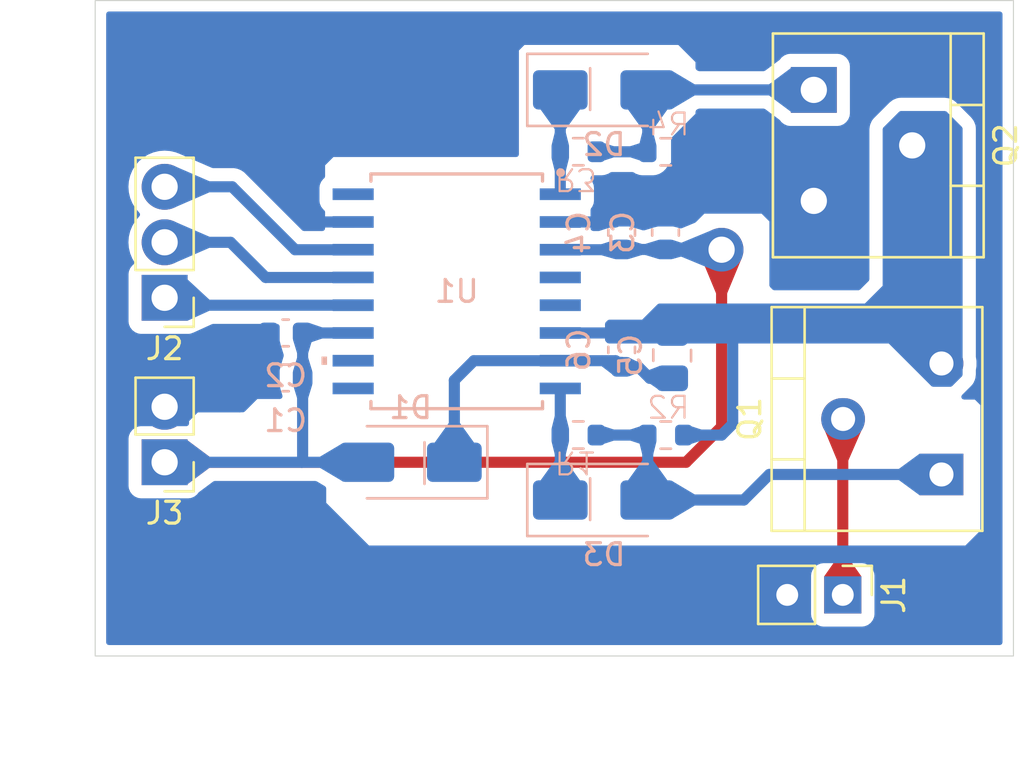
<source format=kicad_pcb>
(kicad_pcb (version 20240108) (generator "pcbnew") (generator_version "8.0")
  (layers (0 "F.Cu" signal) (31 "B.Cu" signal) (34 "B.Paste" user) (35 "F.Paste" user) (36 "B.SilkS" user "B.Silkscreen") (37 "F.SilkS" user "F.Silkscreen") (38 "B.Mask" user) (39 "F.Mask" user) (44 "Edge.Cuts" user))
  (net 0 "")
  (net 1 "+12V")
  (net 2 "GND")
  (net 3 "VD")
  (net 4 "VS")
  (net 5 "+VDC")
  (net 6 "Net-(J2-Pin_3)")
  (net 7 "Net-(J2-Pin_2)")
  (net 8 "Net-(J2-Pin_1)")
  (net 9 "Net-(D2-K)")
  (net 10 "Net-(D2-A)")
  (net 11 "Net-(D3-K)")
  (net 12 "Net-(D3-A)")
  (footprint "charge_battery_footprint_lib:TO-220-3" (layer "F.Cu") (at 139.4912 96.1644 90)
    (property "Reference" "Q1" (at 2.54 -4.27 90) (layer "F.SilkS"))
    (property "Value" "IPP60R125CP")
    (fp_line (start 7.66 -3.27) (end 7.66 6.371) (stroke (width 0.12)) (layer "F.SilkS"))
    (fp_line (start 4.391 -3.27) (end 4.391 -1.76) (stroke (width 0.12)) (layer "F.SilkS"))
    (fp_line (start 0.69 -3.27) (end 0.69 -1.76) (stroke (width 0.12)) (layer "F.SilkS"))
    (fp_line (start -2.58 -3.27) (end 7.66 -3.27) (stroke (width 0.12)) (layer "F.SilkS"))
    (fp_line (start -2.58 -3.27) (end -2.58 6.371) (stroke (width 0.12)) (layer "F.SilkS"))
    (fp_line (start -2.58 -1.76) (end 7.66 -1.76) (stroke (width 0.12)) (layer "F.SilkS"))
    (fp_line (start -2.58 6.371) (end 7.66 6.371) (stroke (width 0.12)) (layer "F.SilkS"))
    (pad "1" thru_hole rect (at 0 4.5 90) (size 1.905 2) (drill 1.1) (layers "*.Cu" "*.Mask") (net 12 "Net-(D3-A)"))
    (pad "2" thru_hole oval (at 2.54 0 90) (size 1.905 2) (drill 1.1) (layers "*.Cu" "*.Mask") (net 5 "+VDC"))
    (pad "3" thru_hole oval (at 5.08 4.5 90) (size 1.905 2) (drill 1.1) (layers "*.Cu" "*.Mask") (net 4 "VS"))
  )
  (footprint "Connector_PinHeader_2.54mm:PinHeader_1x02_P2.54mm_Vertical" (layer "F.Cu") (at 139.4764 101.6762 -90)
    (property "Reference" "J1" (at 0 -2.33 90) (layer "F.SilkS"))
    (property "Value" "Conn_01x02_Socket")
    (fp_line (start -1.33 3.87) (end 1.33 3.87) (stroke (width 0.12)) (layer "F.SilkS"))
    (fp_line (start -1.33 1.27) (end -1.33 3.87) (stroke (width 0.12)) (layer "F.SilkS"))
    (fp_line (start -1.33 1.27) (end 1.33 1.27) (stroke (width 0.12)) (layer "F.SilkS"))
    (fp_line (start 1.33 1.27) (end 1.33 3.87) (stroke (width 0.12)) (layer "F.SilkS"))
    (fp_line (start -1.33 0) (end -1.33 -1.33) (stroke (width 0.12)) (layer "F.SilkS"))
    (fp_line (start -1.33 -1.33) (end 0 -1.33) (stroke (width 0.12)) (layer "F.SilkS"))
    (pad "1" thru_hole rect (at 0 0 270) (size 1.7 1.7) (drill 1) (layers "*.Cu" "*.Mask") (net 5 "+VDC"))
    (pad "2" thru_hole oval (at 0 2.54 270) (size 1.7 1.7) (drill 1) (layers "*.Cu" "*.Mask") (net 2 "GND"))
  )
  (footprint "Connector_PinHeader_2.54mm:PinHeader_1x03_P2.54mm_Vertical" (layer "F.Cu") (at 108.458 88.0772 180)
    (property "Reference" "J2" (at 0 -2.33 0) (layer "F.SilkS"))
    (property "Value" "Conn_01x03_Socket")
    (fp_line (start 1.33 1.27) (end 1.33 6.41) (stroke (width 0.12)) (layer "F.SilkS"))
    (fp_line (start -1.33 6.41) (end 1.33 6.41) (stroke (width 0.12)) (layer "F.SilkS"))
    (fp_line (start -1.33 1.27) (end 1.33 1.27) (stroke (width 0.12)) (layer "F.SilkS"))
    (fp_line (start -1.33 1.27) (end -1.33 6.41) (stroke (width 0.12)) (layer "F.SilkS"))
    (fp_line (start -1.33 0) (end -1.33 -1.33) (stroke (width 0.12)) (layer "F.SilkS"))
    (fp_line (start -1.33 -1.33) (end 0 -1.33) (stroke (width 0.12)) (layer "F.SilkS"))
    (pad "1" thru_hole rect (at 0 0 180) (size 2.1 2.1) (drill 1.2) (layers "*.Cu" "*.Mask") (net 8 "Net-(J2-Pin_1)"))
    (pad "2" thru_hole oval (at 0 2.54 180) (size 2.1 2.1) (drill 1.2) (layers "*.Cu" "*.Mask") (net 7 "Net-(J2-Pin_2)"))
    (pad "3" thru_hole oval (at 0 5.08 180) (size 2.1 2.1) (drill 1.2) (layers "*.Cu" "*.Mask") (net 6 "Net-(J2-Pin_3)"))
  )
  (footprint "charge_battery_footprint_lib:TO-220-3" (layer "F.Cu") (at 142.652 78.5622 -90)
    (property "Reference" "Q2" (at 2.54 -4.27 90) (layer "F.SilkS"))
    (property "Value" "IPP60R125CP")
    (fp_line (start -2.58 6.371) (end 7.66 6.371) (stroke (width 0.12)) (layer "F.SilkS"))
    (fp_line (start -2.58 -1.76) (end 7.66 -1.76) (stroke (width 0.12)) (layer "F.SilkS"))
    (fp_line (start -2.58 -3.27) (end -2.58 6.371) (stroke (width 0.12)) (layer "F.SilkS"))
    (fp_line (start -2.58 -3.27) (end 7.66 -3.27) (stroke (width 0.12)) (layer "F.SilkS"))
    (fp_line (start 0.69 -3.27) (end 0.69 -1.76) (stroke (width 0.12)) (layer "F.SilkS"))
    (fp_line (start 4.391 -3.27) (end 4.391 -1.76) (stroke (width 0.12)) (layer "F.SilkS"))
    (fp_line (start 7.66 -3.27) (end 7.66 6.371) (stroke (width 0.12)) (layer "F.SilkS"))
    (pad "1" thru_hole rect (at 0 4.5 270) (size 2.1 2.1) (drill 1.2) (layers "*.Cu" "*.Mask") (net 10 "Net-(D2-A)"))
    (pad "2" thru_hole oval (at 2.54 0 270) (size 2.1 2.1) (drill 1.2) (layers "*.Cu" "*.Mask") (net 4 "VS"))
    (pad "3" thru_hole oval (at 5.08 4.5 270) (size 2.1 2.1) (drill 1.2) (layers "*.Cu" "*.Mask") (net 2 "GND"))
  )
  (footprint "Connector_PinHeader_2.54mm:PinHeader_1x02_P2.54mm_Vertical" (layer "F.Cu") (at 108.458 95.6056 180)
    (property "Reference" "J3" (at 0 -2.33 0) (layer "F.SilkS"))
    (property "Value" "Conn_01x02_Socket")
    (fp_line (start 1.33 1.27) (end 1.33 3.87) (stroke (width 0.12)) (layer "F.SilkS"))
    (fp_line (start -1.33 3.87) (end 1.33 3.87) (stroke (width 0.12)) (layer "F.SilkS"))
    (fp_line (start -1.33 1.27) (end 1.33 1.27) (stroke (width 0.12)) (layer "F.SilkS"))
    (fp_line (start -1.33 1.27) (end -1.33 3.87) (stroke (width 0.12)) (layer "F.SilkS"))
    (fp_line (start -1.33 0) (end -1.33 -1.33) (stroke (width 0.12)) (layer "F.SilkS"))
    (fp_line (start -1.33 -1.33) (end 0 -1.33) (stroke (width 0.12)) (layer "F.SilkS"))
    (pad "1" thru_hole rect (at 0 0 180) (size 2.1 2.1) (drill 1.2) (layers "*.Cu" "*.Mask") (net 1 "+12V"))
    (pad "2" thru_hole oval (at 0 2.54 180) (size 2.1 2.1) (drill 1.2) (layers "*.Cu" "*.Mask") (net 2 "GND"))
  )
  (footprint "charge_battery_footprint_lib:Ceramic_Cap_0603" (layer "B.Cu") (at 113.9952 89.6874)
    (property "Reference" "C2" (at 0 1.9558 0) (layer "B.SilkS") (effects (justify mirror)))
    (property "Value" "100nF/16V")
    (fp_line (start 0.14058 -0.6096) (end -0.14058 -0.6096) (stroke (width 0.12)) (layer "B.SilkS"))
    (fp_line (start 0.14058 0.6096) (end -0.14058 0.6096) (stroke (width 0.12)) (layer "B.SilkS"))
    (pad "1" smd roundrect (at -0.775 0) (size 0.9 0.95) (layers "B.Cu" "B.Paste" "B.Mask") (net 2 "GND"))
    (pad "2" smd roundrect (at 0.775 0) (size 0.9 0.95) (layers "B.Cu" "B.Paste" "B.Mask") (net 1 "+12V"))
  )
  (footprint "charge_battery_footprint_lib:Res_0603" (layer "B.Cu") (at 132.7393 82.0048 180)
    (property "Reference" "R4" (at 1.24 1.8646 0) (layer "B.SilkS") (effects (font (thickness 0.1)) (justify mirror)))
    (property "Value" "10K/1%/1_10W" (hide yes))
    (fp_line (start 1.596058 1.2296) (end 1.121542 1.2296) (stroke (width 0.12)) (layer "B.SilkS"))
    (fp_line (start 1.596058 -0.015) (end 1.121542 -0.015) (stroke (width 0.12)) (layer "B.SilkS"))
    (pad "1" smd roundrect (at 0.5338 0.6096 180) (size 0.8 0.95) (layers "B.Cu" "B.Paste" "B.Mask") (net 2 "GND"))
    (pad "2" smd roundrect (at 2.1838 0.6096 180) (size 0.8 0.95) (layers "B.Cu" "B.Paste" "B.Mask") (net 10 "Net-(D2-A)"))
  )
  (footprint "charge_battery_footprint_lib:Ceramic_Cap_0603" (layer "B.Cu") (at 131.3688 85.09 -90)
    (property "Reference" "C3" (at 0 1.9558 90) (layer "B.SilkS") (effects (justify mirror)))
    (property "Value" "10uF/16V")
    (fp_line (start 0.14058 0.6096) (end -0.14058 0.6096) (stroke (width 0.12)) (layer "B.SilkS"))
    (fp_line (start 0.14058 -0.6096) (end -0.14058 -0.6096) (stroke (width 0.12)) (layer "B.SilkS"))
    (pad "1" smd roundrect (at -0.775 0 270) (size 0.9 0.95) (layers "B.Cu" "B.Paste" "B.Mask") (net 2 "GND"))
    (pad "2" smd roundrect (at 0.775 0 270) (size 0.9 0.95) (layers "B.Cu" "B.Paste" "B.Mask") (net 1 "+12V"))
  )
  (footprint "charge_battery_footprint_lib:Res_0603" (layer "B.Cu") (at 132.7393 94.9706 180)
    (property "Reference" "R2" (at 1.24 1.8646 0) (layer "B.SilkS") (effects (font (thickness 0.1)) (justify mirror)))
    (property "Value" "10K/1%/1_10W" (hide yes))
    (fp_line (start 1.596058 1.2296) (end 1.121542 1.2296) (stroke (width 0.12)) (layer "B.SilkS"))
    (fp_line (start 1.596058 -0.015) (end 1.121542 -0.015) (stroke (width 0.12)) (layer "B.SilkS"))
    (pad "1" smd roundrect (at 0.5338 0.6096 180) (size 0.8 0.95) (layers "B.Cu" "B.Paste" "B.Mask") (net 4 "VS"))
    (pad "2" smd roundrect (at 2.1838 0.6096 180) (size 0.8 0.95) (layers "B.Cu" "B.Paste" "B.Mask") (net 12 "Net-(D3-A)"))
  )
  (footprint "charge_battery_footprint_lib:Res_0603" (layer "B.Cu") (at 126.0217 80.7856)
    (property "Reference" "R3" (at 1.24 1.8646 180) (layer "B.SilkS") (effects (font (thickness 0.1)) (justify mirror)))
    (property "Value" "10R/1%/1_10W" (hide yes))
    (fp_line (start 1.596058 -0.015) (end 1.121542 -0.015) (stroke (width 0.12)) (layer "B.SilkS"))
    (fp_line (start 1.596058 1.2296) (end 1.121542 1.2296) (stroke (width 0.12)) (layer "B.SilkS"))
    (pad "1" smd roundrect (at 0.5338 0.6096) (size 0.8 0.95) (layers "B.Cu" "B.Paste" "B.Mask") (net 9 "Net-(D2-K)"))
    (pad "2" smd roundrect (at 2.1838 0.6096) (size 0.8 0.95) (layers "B.Cu" "B.Paste" "B.Mask") (net 10 "Net-(D2-A)"))
  )
  (footprint "charge_battery_footprint_lib:Res_0603" (layer "B.Cu") (at 126.0217 93.7514)
    (property "Reference" "R1" (at 1.24 1.8646 180) (layer "B.SilkS") (effects (font (thickness 0.1)) (justify mirror)))
    (property "Value" "10R/1%/1_10W" (hide yes))
    (fp_line (start 1.596058 -0.015) (end 1.121542 -0.015) (stroke (width 0.12)) (layer "B.SilkS"))
    (fp_line (start 1.596058 1.2296) (end 1.121542 1.2296) (stroke (width 0.12)) (layer "B.SilkS"))
    (pad "1" smd roundrect (at 0.5338 0.6096) (size 0.8 0.95) (layers "B.Cu" "B.Paste" "B.Mask") (net 11 "Net-(D3-K)"))
    (pad "2" smd roundrect (at 2.1838 0.6096) (size 0.8 0.95) (layers "B.Cu" "B.Paste" "B.Mask") (net 12 "Net-(D3-A)"))
  )
  (footprint "charge_battery_footprint_lib:D_SMA" (layer "B.Cu") (at 128.5555 97.3328)
    (property "Reference" "D3" (at 0 2.5 0) (layer "B.SilkS") (effects (justify mirror)))
    (property "Value" "SS54")
    (fp_line (start -3.51 -1.65) (end -3.51 1.65) (stroke (width 0.12)) (layer "B.SilkS"))
    (fp_line (start -0.635 -0.9906) (end -0.635 0.9144) (stroke (width 0.12)) (layer "B.SilkS"))
    (fp_line (start 2 -1.65) (end -3.51 -1.65) (stroke (width 0.12)) (layer "B.SilkS"))
    (fp_line (start 2 1.65) (end -3.51 1.65) (stroke (width 0.12)) (layer "B.SilkS"))
    (pad "1" smd roundrect (at 2 0) (size 2.5 1.8) (layers "B.Cu" "B.Paste" "B.Mask") (roundrect_rratio 0.1388888889) (net 12 "Net-(D3-A)"))
    (pad "2" smd roundrect (at -2 0) (size 2.5 1.8) (layers "B.Cu" "B.Paste" "B.Mask") (roundrect_rratio 0.1388888889) (net 11 "Net-(D3-K)"))
  )
  (footprint "charge_battery_footprint_lib:SOP-16" (layer "B.Cu") (at 121.8184 87.7824 180)
    (property "Reference" "U1" (at 0 0 0) (layer "B.SilkS") (effects (justify mirror)))
    (property "Value" "IR2110STRPBF")
    (fp_line (start 3.9243 5.3721) (end 3.9243 5.04444) (stroke (width 0.1524)) (layer "B.SilkS"))
    (fp_line (start 3.9243 -5.04444) (end 3.9243 -5.3721) (stroke (width 0.1524)) (layer "B.SilkS"))
    (fp_line (start 3.9243 -5.3721) (end -3.9243 -5.3721) (stroke (width 0.1524)) (layer "B.SilkS"))
    (fp_line (start -3.9243 5.3721) (end 3.9243 5.3721) (stroke (width 0.1524)) (layer "B.SilkS"))
    (fp_line (start -3.9243 5.04444) (end -3.9243 5.3721) (stroke (width 0.1524)) (layer "B.SilkS"))
    (fp_line (start -3.9243 -5.3721) (end -3.9243 -5.04444) (stroke (width 0.1524)) (layer "B.SilkS"))
    (fp_circle (center -4.7498 5.4356) (end -4.6498 5.4356) (stroke (width 0.2)) (fill none) (layer "B.SilkS"))
    (fp_poly (pts (xy 6.1849 -2.9845) (xy 6.1849 -3.3655) (xy 5.9309 -3.3655) (xy 5.9309 -2.9845)) (fill solid) (layer "B.SilkS"))
    (pad "1" smd rect (at -4.7371 4.445 180) (size 1.8796 0.5334) (layers "B.Cu" "B.Paste" "B.Mask") (net 9 "Net-(D2-K)"))
    (pad "2" smd rect (at -4.7371 3.175 180) (size 1.8796 0.5334) (layers "B.Cu" "B.Paste" "B.Mask") (net 2 "GND"))
    (pad "3" smd rect (at -4.7371 1.905 180) (size 1.8796 0.5334) (layers "B.Cu" "B.Paste" "B.Mask") (net 1 "+12V"))
    (pad "4" smd rect (at -4.7371 0.635 180) (size 1.8796 0.5334) (layers "B.Cu" "B.Paste" "B.Mask"))
    (pad "5" smd rect (at -4.7371 -0.635 180) (size 1.8796 0.5334) (layers "B.Cu" "B.Paste" "B.Mask"))
    (pad "6" smd rect (at -4.7371 -1.905 180) (size 1.8796 0.5334) (layers "B.Cu" "B.Paste" "B.Mask") (net 4 "VS"))
    (pad "7" smd rect (at -4.7371 -3.175 180) (size 1.8796 0.5334) (layers "B.Cu" "B.Paste" "B.Mask") (net 3 "VD"))
    (pad "8" smd rect (at -4.7371 -4.445 180) (size 1.8796 0.5334) (layers "B.Cu" "B.Paste" "B.Mask") (net 11 "Net-(D3-K)"))
    (pad "9" smd rect (at 4.7371 -4.445 180) (size 1.8796 0.5334) (layers "B.Cu" "B.Paste" "B.Mask"))
    (pad "10" smd rect (at 4.7371 -3.175 180) (size 1.8796 0.5334) (layers "B.Cu" "B.Paste" "B.Mask"))
    (pad "11" smd rect (at 4.7371 -1.905 180) (size 1.8796 0.5334) (layers "B.Cu" "B.Paste" "B.Mask") (net 1 "+12V"))
    (pad "12" smd rect (at 4.7371 -0.635 180) (size 1.8796 0.5334) (layers "B.Cu" "B.Paste" "B.Mask") (net 8 "Net-(J2-Pin_1)"))
    (pad "13" smd rect (at 4.7371 0.635 180) (size 1.8796 0.5334) (layers "B.Cu" "B.Paste" "B.Mask") (net 7 "Net-(J2-Pin_2)"))
    (pad "14" smd rect (at 4.7371 1.905 180) (size 1.8796 0.5334) (layers "B.Cu" "B.Paste" "B.Mask") (net 6 "Net-(J2-Pin_3)"))
    (pad "15" smd rect (at 4.7371 3.175 180) (size 1.8796 0.5334) (layers "B.Cu" "B.Paste" "B.Mask") (net 2 "GND"))
    (pad "16" smd rect (at 4.7371 4.445 180) (size 1.8796 0.5334) (layers "B.Cu" "B.Paste" "B.Mask"))
  )
  (footprint "charge_battery_footprint_lib:Ceramic_Cap_0805" (layer "B.Cu") (at 131.7244 90.7089 -90)
    (property "Reference" "C5" (at 0 1.9558 90) (layer "B.SilkS") (effects (justify mirror)))
    (property "Value" "22uF/16V")
    (fp_line (start 0.254 0.9144) (end -0.268504 0.9144) (stroke (width 0.12)) (layer "B.SilkS"))
    (fp_line (start 0.277252 -0.8128) (end -0.245252 -0.8128) (stroke (width 0.12)) (layer "B.SilkS"))
    (pad "1" smd roundrect (at -1.0215 0.0508 270) (size 1.175 1.45) (layers "B.Cu" "B.Paste" "B.Mask") (roundrect_rratio 0.212766) (net 4 "VS"))
    (pad "2" smd roundrect (at 1.0535 0.0508 270) (size 1.175 1.45) (layers "B.Cu" "B.Paste" "B.Mask") (roundrect_rratio 0.212766) (net 3 "VD"))
  )
  (footprint "charge_battery_footprint_lib:Ceramic_Cap_0603" (layer "B.Cu") (at 129.3622 85.09 -90)
    (property "Reference" "C4" (at 0 1.9558 90) (layer "B.SilkS") (effects (justify mirror)))
    (property "Value" "100nF/16V")
    (fp_line (start 0.14058 0.6096) (end -0.14058 0.6096) (stroke (width 0.12)) (layer "B.SilkS"))
    (fp_line (start 0.14058 -0.6096) (end -0.14058 -0.6096) (stroke (width 0.12)) (layer "B.SilkS"))
    (pad "1" smd roundrect (at -0.775 0 270) (size 0.9 0.95) (layers "B.Cu" "B.Paste" "B.Mask") (net 2 "GND"))
    (pad "2" smd roundrect (at 0.775 0 270) (size 0.9 0.95) (layers "B.Cu" "B.Paste" "B.Mask") (net 1 "+12V"))
  )
  (footprint "charge_battery_footprint_lib:D_SMA" (layer "B.Cu") (at 128.5555 78.5622)
    (property "Reference" "D2" (at 0 2.5 0) (layer "B.SilkS") (effects (justify mirror)))
    (property "Value" "SS54")
    (fp_line (start -3.51 -1.65) (end -3.51 1.65) (stroke (width 0.12)) (layer "B.SilkS"))
    (fp_line (start -0.635 -0.9906) (end -0.635 0.9144) (stroke (width 0.12)) (layer "B.SilkS"))
    (fp_line (start 2 -1.65) (end -3.51 -1.65) (stroke (width 0.12)) (layer "B.SilkS"))
    (fp_line (start 2 1.65) (end -3.51 1.65) (stroke (width 0.12)) (layer "B.SilkS"))
    (pad "1" smd roundrect (at 2 0) (size 2.5 1.8) (layers "B.Cu" "B.Paste" "B.Mask") (roundrect_rratio 0.1388888889) (net 10 "Net-(D2-A)"))
    (pad "2" smd roundrect (at -2 0) (size 2.5 1.8) (layers "B.Cu" "B.Paste" "B.Mask") (roundrect_rratio 0.1388888889) (net 9 "Net-(D2-K)"))
  )
  (footprint "charge_battery_footprint_lib:D_SMA" (layer "B.Cu") (at 119.7102 95.6056 180)
    (property "Reference" "D1" (at 0 2.5 0) (layer "B.SilkS") (effects (justify mirror)))
    (property "Value" "SS54")
    (fp_line (start 2 1.65) (end -3.51 1.65) (stroke (width 0.12)) (layer "B.SilkS"))
    (fp_line (start 2 -1.65) (end -3.51 -1.65) (stroke (width 0.12)) (layer "B.SilkS"))
    (fp_line (start -0.635 -0.9906) (end -0.635 0.9144) (stroke (width 0.12)) (layer "B.SilkS"))
    (fp_line (start -3.51 -1.65) (end -3.51 1.65) (stroke (width 0.12)) (layer "B.SilkS"))
    (pad "1" smd roundrect (at 2 0 180) (size 2.5 1.8) (layers "B.Cu" "B.Paste" "B.Mask") (roundrect_rratio 0.1388888889) (net 1 "+12V"))
    (pad "2" smd roundrect (at -2 0 180) (size 2.5 1.8) (layers "B.Cu" "B.Paste" "B.Mask") (roundrect_rratio 0.1388888889) (net 3 "VD"))
  )
  (footprint "charge_battery_footprint_lib:Ceramic_Cap_0603" (layer "B.Cu") (at 113.9952 91.7448)
    (property "Reference" "C1" (at 0 1.9558 0) (layer "B.SilkS") (effects (justify mirror)))
    (property "Value" "10uF/16V")
    (fp_line (start 0.14058 -0.6096) (end -0.14058 -0.6096) (stroke (width 0.12)) (layer "B.SilkS"))
    (fp_line (start 0.14058 0.6096) (end -0.14058 0.6096) (stroke (width 0.12)) (layer "B.SilkS"))
    (pad "1" smd roundrect (at -0.775 0) (size 0.9 0.95) (layers "B.Cu" "B.Paste" "B.Mask") (net 2 "GND"))
    (pad "2" smd roundrect (at 0.775 0) (size 0.9 0.95) (layers "B.Cu" "B.Paste" "B.Mask") (net 1 "+12V"))
  )
  (footprint "charge_battery_footprint_lib:Ceramic_Cap_0603" (layer "B.Cu") (at 129.3622 90.4624 -90)
    (property "Reference" "C6" (at 0 1.9558 90) (layer "B.SilkS") (effects (justify mirror)))
    (property "Value" "4.7uF/25V")
    (fp_line (start 0.14058 0.6096) (end -0.14058 0.6096) (stroke (width 0.12)) (layer "B.SilkS"))
    (fp_line (start 0.14058 -0.6096) (end -0.14058 -0.6096) (stroke (width 0.12)) (layer "B.SilkS"))
    (pad "1" smd roundrect (at -0.775 0 270) (size 0.9 0.95) (layers "B.Cu" "B.Paste" "B.Mask") (net 4 "VS"))
    (pad "2" smd roundrect (at 0.775 0 270) (size 0.9 0.95) (layers "B.Cu" "B.Paste" "B.Mask") (net 3 "VD"))
  )
  (gr_rect (start 105.283 74.4728) (end 147.283 104.4728) (stroke (width 0.05)) (fill none) (layer "Edge.Cuts"))
  (segment (start 133.9342 85.8774) (end 133.9342 93.98) (width 0.508) (layer "F.Cu") (net 1))
  (segment (start 132.3086 95.6056) (end 108.458 95.6056) (width 0.508) (layer "F.Cu") (net 1))
  (segment (start 133.9342 93.98) (end 132.3086 95.6056) (width 0.508) (layer "F.Cu") (net 1))
  (via (at 133.9342 85.8774) (size 2) (drill 1.2) (layers "F.Cu" "B.Cu") (net 1))
  (segment (start 114.7702 89.6874) (end 114.7702 91.7448) (width 0.508) (layer "B.Cu") (net 1))
  (segment (start 131.3812 85.8774) (end 131.3688 85.865) (width 0.508) (layer "B.Cu") (net 1))
  (segment (start 114.7702 91.7448) (end 114.7702 95.5672) (width 0.508) (layer "B.Cu") (net 1))
  (segment (start 114.7702 95.5672) (end 114.7318 95.6056) (width 0.508) (layer "B.Cu") (net 1))
  (segment (start 126.5555 85.8774) (end 129.3498 85.8774) (width 0.508) (layer "B.Cu") (net 1))
  (segment (start 117.0813 89.6874) (end 114.7702 89.6874) (width 0.508) (layer "B.Cu") (net 1))
  (segment (start 129.3622 85.865) (end 131.3688 85.865) (width 0.508) (layer "B.Cu") (net 1))
  (segment (start 108.458 95.6056) (end 114.7318 95.6056) (width 0.508) (layer "B.Cu") (net 1))
  (segment (start 129.3498 85.8774) (end 129.3622 85.865) (width 0.508) (layer "B.Cu") (net 1))
  (segment (start 133.9342 85.8774) (end 131.3812 85.8774) (width 0.508) (layer "B.Cu") (net 1))
  (segment (start 114.7318 95.6056) (end 117.7102 95.6056) (width 0.508) (layer "B.Cu") (net 1))
  (segment (start 111.8994 93.0656) (end 113.2202 91.7448) (width 0.508) (layer "B.Cu") (net 2))
  (segment (start 115.6208 84.6074) (end 110.5154 79.502) (width 0.508) (layer "B.Cu") (net 2))
  (segment (start 129.3622 84.315) (end 131.3688 84.315) (width 0.508) (layer "B.Cu") (net 2))
  (segment (start 106.299 80.4926) (end 106.299 92.075) (width 0.508) (layer "B.Cu") (net 2))
  (segment (start 106.299 92.075) (end 107.2896 93.0656) (width 0.508) (layer "B.Cu") (net 2))
  (segment (start 117.0813 84.6074) (end 115.6208 84.6074) (width 0.508) (layer "B.Cu") (net 2))
  (segment (start 126.5555 84.6074) (end 129.0698 84.6074) (width 0.508) (layer "B.Cu") (net 2))
  (segment (start 129.0698 84.6074) (end 129.3622 84.315) (width 0.508) (layer "B.Cu") (net 2))
  (segment (start 113.2202 89.6874) (end 113.2202 91.7448) (width 0.508) (layer "B.Cu") (net 2))
  (segment (start 110.5154 79.502) (end 107.2896 79.502) (width 0.508) (layer "B.Cu") (net 2))
  (segment (start 107.2896 79.502) (end 106.299 80.4926) (width 0.508) (layer "B.Cu") (net 2))
  (segment (start 108.458 93.0656) (end 111.8994 93.0656) (width 0.508) (layer "B.Cu") (net 2))
  (segment (start 107.2896 93.0656) (end 108.458 93.0656) (width 0.508) (layer "B.Cu") (net 2))
  (segment (start 121.7102 91.853) (end 121.7102 95.6056) (width 0.508) (layer "B.Cu") (net 3))
  (segment (start 130.6498 91.7624) (end 131.6736 91.7624) (width 0.508) (layer "B.Cu") (net 3))
  (segment (start 129.0822 90.9574) (end 126.5555 90.9574) (width 0.508) (layer "B.Cu") (net 3))
  (segment (start 129.3622 91.2374) (end 129.0822 90.9574) (width 0.508) (layer "B.Cu") (net 3))
  (segment (start 129.3622 91.2374) (end 130.1248 91.2374) (width 0.508) (layer "B.Cu") (net 3))
  (segment (start 130.1248 91.2374) (end 130.6498 91.7624) (width 0.508) (layer "B.Cu") (net 3))
  (segment (start 126.5555 90.9574) (end 122.6058 90.9574) (width 0.508) (layer "B.Cu") (net 3))
  (segment (start 122.6058 90.9574) (end 121.7102 91.853) (width 0.508) (layer "B.Cu") (net 3))
  (segment (start 134.4422 93.853) (end 133.9342 94.361) (width 0.508) (layer "B.Cu") (net 4))
  (segment (start 133.9342 94.361) (end 132.2055 94.361) (width 0.508) (layer "B.Cu") (net 4))
  (segment (start 129.3622 89.6874) (end 131.6736 89.6874) (width 0.508) (layer "B.Cu") (net 4))
  (segment (start 131.6736 89.6874) (end 134.4422 89.6874) (width 0.508) (layer "B.Cu") (net 4))
  (segment (start 127.127 89.6874) (end 129.3622 89.6874) (width 0.508) (layer "B.Cu") (net 4))
  (segment (start 142.652 89.6296) (end 142.5942 89.6874) (width 0.508) (layer "B.Cu") (net 4))
  (segment (start 142.652 81.1022) (end 142.652 89.6296) (width 0.508) (layer "B.Cu") (net 4))
  (segment (start 134.4422 89.6874) (end 134.4422 93.853) (width 0.508) (layer "B.Cu") (net 4))
  (segment (start 142.5942 89.6874) (end 143.9912 91.0844) (width 0.508) (layer "B.Cu") (net 4))
  (segment (start 134.4422 89.6874) (end 142.5942 89.6874) (width 0.508) (layer "B.Cu") (net 4))
  (segment (start 139.4764 93.6392) (end 139.4912 93.6244) (width 0.508) (layer "F.Cu") (net 5))
  (segment (start 139.4764 101.6762) (end 139.4764 93.6392) (width 0.508) (layer "F.Cu") (net 5))
  (segment (start 111.5468 82.9972) (end 114.427 85.8774) (width 0.508) (layer "B.Cu") (net 6))
  (segment (start 108.458 82.9972) (end 111.5468 82.9972) (width 0.508) (layer "B.Cu") (net 6))
  (segment (start 114.427 85.8774) (end 117.0813 85.8774) (width 0.508) (layer "B.Cu") (net 6))
  (segment (start 113.0808 87.1474) (end 111.4706 85.5372) (width 0.508) (layer "B.Cu") (net 7))
  (segment (start 111.4706 85.5372) (end 108.458 85.5372) (width 0.508) (layer "B.Cu") (net 7))
  (segment (start 117.0813 87.1474) (end 113.0808 87.1474) (width 0.508) (layer "B.Cu") (net 7))
  (segment (start 108.7982 88.4174) (end 117.0813 88.4174) (width 0.508) (layer "B.Cu") (net 8))
  (segment (start 108.458 88.0772) (end 108.7982 88.4174) (width 0.508) (layer "B.Cu") (net 8))
  (segment (start 126.5555 81.3952) (end 126.5555 83.3374) (width 0.508) (layer "B.Cu") (net 9))
  (segment (start 126.5555 78.5622) (end 126.5555 81.3952) (width 0.508) (layer "B.Cu") (net 9))
  (segment (start 138.152 78.5622) (end 130.5555 78.5622) (width 0.508) (layer "B.Cu") (net 10))
  (segment (start 130.5555 78.5622) (end 130.5555 81.3952) (width 0.508) (layer "B.Cu") (net 10))
  (segment (start 128.2055 81.3952) (end 130.5555 81.3952) (width 0.508) (layer "B.Cu") (net 10))
  (segment (start 126.5555 92.2274) (end 126.5555 94.361) (width 0.508) (layer "B.Cu") (net 11))
  (segment (start 126.5555 94.361) (end 126.5555 97.3328) (width 0.508) (layer "B.Cu") (net 11))
  (segment (start 130.5555 97.3328) (end 134.9502 97.3328) (width 0.508) (layer "B.Cu") (net 12))
  (segment (start 136.1186 96.1644) (end 143.9912 96.1644) (width 0.508) (layer "B.Cu") (net 12))
  (segment (start 130.5555 94.361) (end 130.5555 97.3328) (width 0.508) (layer "B.Cu") (net 12))
  (segment (start 130.5555 94.361) (end 128.2055 94.361) (width 0.508) (layer "B.Cu") (net 12))
  (segment (start 134.9502 97.3328) (end 136.1186 96.1644) (width 0.508) (layer "B.Cu") (net 12))
  (zone (net 0) (net_name "") (layer "B.Cu") (connect_pads (clearance 0)) (min_thickness 0.25)
    (keepout (tracks not_allowed) (vias not_allowed) (pads not_allowed) (copperpour not_allowed) (footprints not_allowed))
    (fill (thermal_gap 0.5) (thermal_bridge_width 0.5))
    (polygon (pts (xy 125.1204 93.726) (xy 125.1204 98.9838) (xy 125.5522 99.4156) (xy 132.5372 99.4156) (xy 132.842 99.1108) (xy 132.842 93.5228) (xy 132.461 93.1418) (xy 125.7046 93.1418)))
  )
  (zone (net 0) (net_name "") (layer "B.Cu") (connect_pads (clearance 0)) (min_thickness 0.25)
    (keepout (tracks not_allowed) (vias not_allowed) (pads not_allowed) (copperpour not_allowed) (footprints not_allowed))
    (fill (thermal_gap 0.5) (thermal_bridge_width 0.5))
    (polygon (pts (xy 115.7986 92.9894) (xy 116.3574 93.5482) (xy 127.4064 93.5482) (xy 127.9398 93.0148) (xy 127.9398 82.0928) (xy 127.4826 81.6356) (xy 116.1796 81.6356) (xy 115.7986 82.0166)))
  )
  (zone (net 0) (net_name "") (layer "B.Cu") (connect_pads (clearance 0)) (min_thickness 0.25)
    (keepout (tracks not_allowed) (vias not_allowed) (pads not_allowed) (copperpour not_allowed) (footprints not_allowed))
    (fill (thermal_gap 0.5) (thermal_bridge_width 0.5))
    (polygon (pts (xy 134.7724 92.3036) (xy 133.9342 93.1418) (xy 132.461 93.1418) (xy 132.842 93.5228) (xy 132.842 99.1108) (xy 132.5372 99.4156) (xy 145.0848 99.4156) (xy 145.7706 98.7298) (xy 145.7706 92.9894) (xy 145.5166 92.7354) (xy 143.2306 92.7354) (xy 141.0208 90.5256) (xy 134.9756 90.5256) (xy 134.7724 90.7288)))
  )
  (zone (net 4) (net_name "VS") (layer "B.Cu") (priority 1) (connect_pads yes (clearance 0.508)) (min_thickness 0.25) (fill yes (thermal_gap 0.5) (thermal_bridge_width 0.5))
    (polygon (pts (xy 128.7526 89.0778) (xy 130.302 89.0778) (xy 131.0386 88.3412) (xy 140.4874 88.3412) (xy 141.3002 87.5284) (xy 141.3002 80.3148) (xy 142.0876 79.5274) (xy 144.1958 79.5274) (xy 144.9578 80.2894) (xy 144.9578 91.6432) (xy 144.4498 92.1512) (xy 143.5608 92.1512) (xy 141.5796 90.17) (xy 128.7272 90.17) (xy 128.6002 90.043) (xy 128.6002 89.2302)))
  )
  (zone (net 0) (net_name "") (layer "B.Cu") (connect_pads (clearance 0)) (min_thickness 0.25)
    (keepout (tracks not_allowed) (vias not_allowed) (pads not_allowed) (copperpour not_allowed) (footprints not_allowed))
    (fill (thermal_gap 0.5) (thermal_bridge_width 0.5))
    (polygon (pts (xy 127.8128 85.217) (xy 132.1562 85.217) (xy 133.1468 84.2264) (xy 135.763 84.2264) (xy 136.1186 84.582) (xy 136.1186 87.5538) (xy 136.2964 87.7316) (xy 136.2964 87.9348) (xy 136.1694 88.0618) (xy 127.8636 88.0618) (xy 127.4064 87.6046) (xy 127.4064 85.6234)))
  )
  (zone (net 0) (net_name "") (layer "B.Cu") (connect_pads (clearance 0)) (min_thickness 0.25)
    (keepout (tracks not_allowed) (vias not_allowed) (pads not_allowed) (copperpour not_allowed) (footprints not_allowed))
    (fill (thermal_gap 0.5) (thermal_bridge_width 0.5))
    (polygon (pts (xy 124.6632 81.788) (xy 125.1966 82.3214) (xy 131.191 82.3214) (xy 131.6228 81.8896) (xy 131.6228 80.772) (xy 132.334 80.0608) (xy 132.7404 79.6544) (xy 132.7404 77.2922) (xy 131.953 76.5048) (xy 124.9172 76.5048) (xy 124.6632 76.7588)))
  )
  (zone (net 0) (net_name "") (layer "B.Cu") (connect_pads (clearance 0)) (min_thickness 0.25)
    (keepout (tracks not_allowed) (vias not_allowed) (pads not_allowed) (copperpour not_allowed) (footprints not_allowed))
    (fill (thermal_gap 0.5) (thermal_bridge_width 0.5))
    (polygon (pts (xy 109.982 93.3196) (xy 112.0902 93.3196) (xy 112.6998 92.71) (xy 113.8936 92.71) (xy 114.1222 92.9386) (xy 114.1222 94.9452) (xy 113.9952 95.0722) (xy 110.236 95.0722) (xy 109.5756 94.4118) (xy 109.5756 93.726)))
  )
  (zone (net 2) (net_name "GND") (layer "B.Cu") (connect_pads yes (clearance 0.6)) (min_thickness 0.25) (fill yes (thermal_gap 0.5) (thermal_bridge_width 0.5))
    (polygon (pts (xy 105.283 104.4702) (xy 147.2946 104.4702) (xy 147.2946 74.4728) (xy 105.283 74.4728)))
  )
  (zone (net 0) (net_name "") (layer "B.Cu") (connect_pads (clearance 0)) (min_thickness 0.25)
    (keepout (tracks not_allowed) (vias not_allowed) (pads not_allowed) (copperpour not_allowed) (footprints not_allowed))
    (fill (thermal_gap 0.5) (thermal_bridge_width 0.5))
    (polygon (pts (xy 115.8494 92.7862) (xy 115.8494 97.4598) (xy 117.8052 99.4156) (xy 125.5522 99.4156) (xy 125.7046 99.2632) (xy 125.7046 93.1418) (xy 124.7902 92.2274) (xy 116.4082 92.2274) (xy 115.824 92.8116)))
  )
)
</source>
